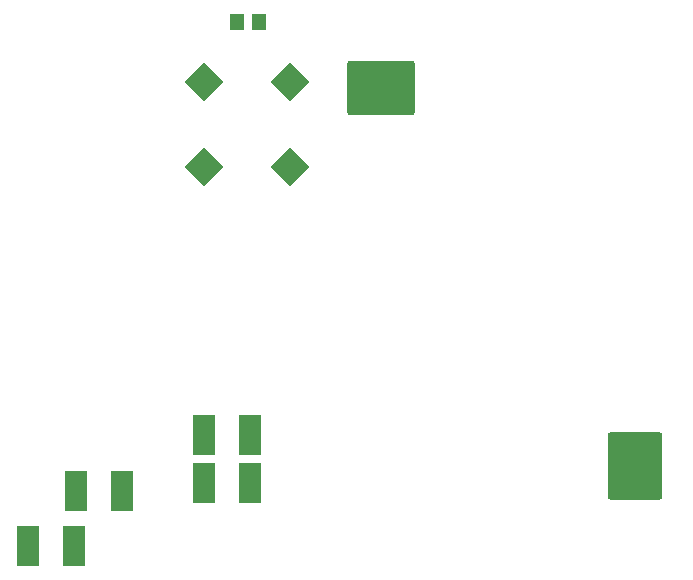
<source format=gtp>
G04*
G04 #@! TF.GenerationSoftware,Altium Limited,Altium Designer,20.1.7 (139)*
G04*
G04 Layer_Color=7318015*
%FSLAX25Y25*%
%MOIN*%
G70*
G04*
G04 #@! TF.SameCoordinates,98BAC387-3A70-427A-9A39-C9BDDE23891B*
G04*
G04*
G04 #@! TF.FilePolarity,Positive*
G04*
G01*
G75*
G04:AMPARAMS|DCode=15|XSize=181.1mil|YSize=224.41mil|CornerRadius=9.06mil|HoleSize=0mil|Usage=FLASHONLY|Rotation=180.000|XOffset=0mil|YOffset=0mil|HoleType=Round|Shape=RoundedRectangle|*
%AMROUNDEDRECTD15*
21,1,0.18110,0.20630,0,0,180.0*
21,1,0.16299,0.22441,0,0,180.0*
1,1,0.01811,-0.08150,0.10315*
1,1,0.01811,0.08150,0.10315*
1,1,0.01811,0.08150,-0.10315*
1,1,0.01811,-0.08150,-0.10315*
%
%ADD15ROUNDEDRECTD15*%
G04:AMPARAMS|DCode=16|XSize=181.1mil|YSize=224.41mil|CornerRadius=9.06mil|HoleSize=0mil|Usage=FLASHONLY|Rotation=90.000|XOffset=0mil|YOffset=0mil|HoleType=Round|Shape=RoundedRectangle|*
%AMROUNDEDRECTD16*
21,1,0.18110,0.20630,0,0,90.0*
21,1,0.16299,0.22441,0,0,90.0*
1,1,0.01811,0.10315,0.08150*
1,1,0.01811,0.10315,-0.08150*
1,1,0.01811,-0.10315,-0.08150*
1,1,0.01811,-0.10315,0.08150*
%
%ADD16ROUNDEDRECTD16*%
%ADD17R,0.07480X0.13386*%
%ADD18R,0.04724X0.05512*%
%ADD19P,0.13011X4X180.0*%
D15*
X293307Y35433D02*
D03*
D16*
X208661Y161417D02*
D03*
D17*
X149409Y45669D02*
D03*
X164764D02*
D03*
X106890Y27165D02*
D03*
X122244D02*
D03*
X90748Y8661D02*
D03*
X106102D02*
D03*
X164764Y29528D02*
D03*
X149409D02*
D03*
D18*
X160630Y183465D02*
D03*
X167717D02*
D03*
D19*
X178030Y163463D02*
D03*
Y134963D02*
D03*
X149530Y163463D02*
D03*
Y134963D02*
D03*
M02*

</source>
